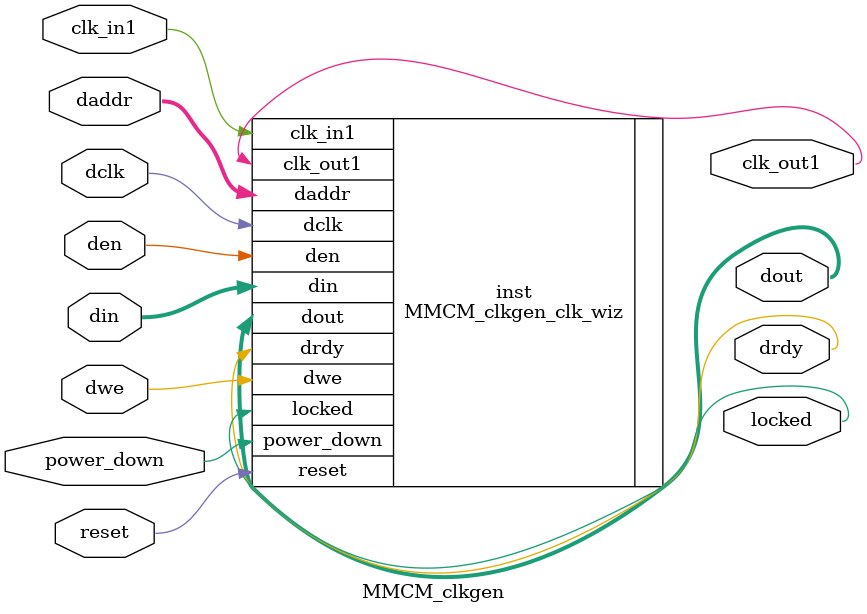
<source format=v>


`timescale 1ps/1ps

(* CORE_GENERATION_INFO = "MMCM_clkgen,clk_wiz_v6_0_4_0_0,{component_name=MMCM_clkgen,use_phase_alignment=true,use_min_o_jitter=true,use_max_i_jitter=false,use_dyn_phase_shift=false,use_inclk_switchover=false,use_dyn_reconfig=true,enable_axi=0,feedback_source=FDBK_AUTO,PRIMITIVE=MMCM,num_out_clk=1,clkin1_period=10.000,clkin2_period=10.000,use_power_down=true,use_reset=true,use_locked=true,use_inclk_stopped=false,feedback_type=SINGLE,CLOCK_MGR_TYPE=NA,manual_override=true}" *)

module MMCM_clkgen 
 (
  // Clock out ports
  output        clk_out1,
  // Dynamic reconfiguration ports
  input   [6:0] daddr,
  input         dclk,
  input         den,
  input  [15:0] din,
  output [15:0] dout,
  output        drdy,
  input         dwe,
  // Status and control signals
  input         reset,
  input         power_down,
  output        locked,
 // Clock in ports
  input         clk_in1
 );

  MMCM_clkgen_clk_wiz inst
  (
  // Clock out ports  
  .clk_out1(clk_out1),
  // Dynamic reconfiguration ports            
  .daddr(daddr),
  .dclk(dclk),
  .den(den),
  .din(din),
  .dout(dout),
  .drdy(drdy),
  .dwe(dwe),
  // Status and control signals               
  .reset(reset), 
  .power_down(power_down),
  .locked(locked),
 // Clock in ports
  .clk_in1(clk_in1)
  );

endmodule

</source>
